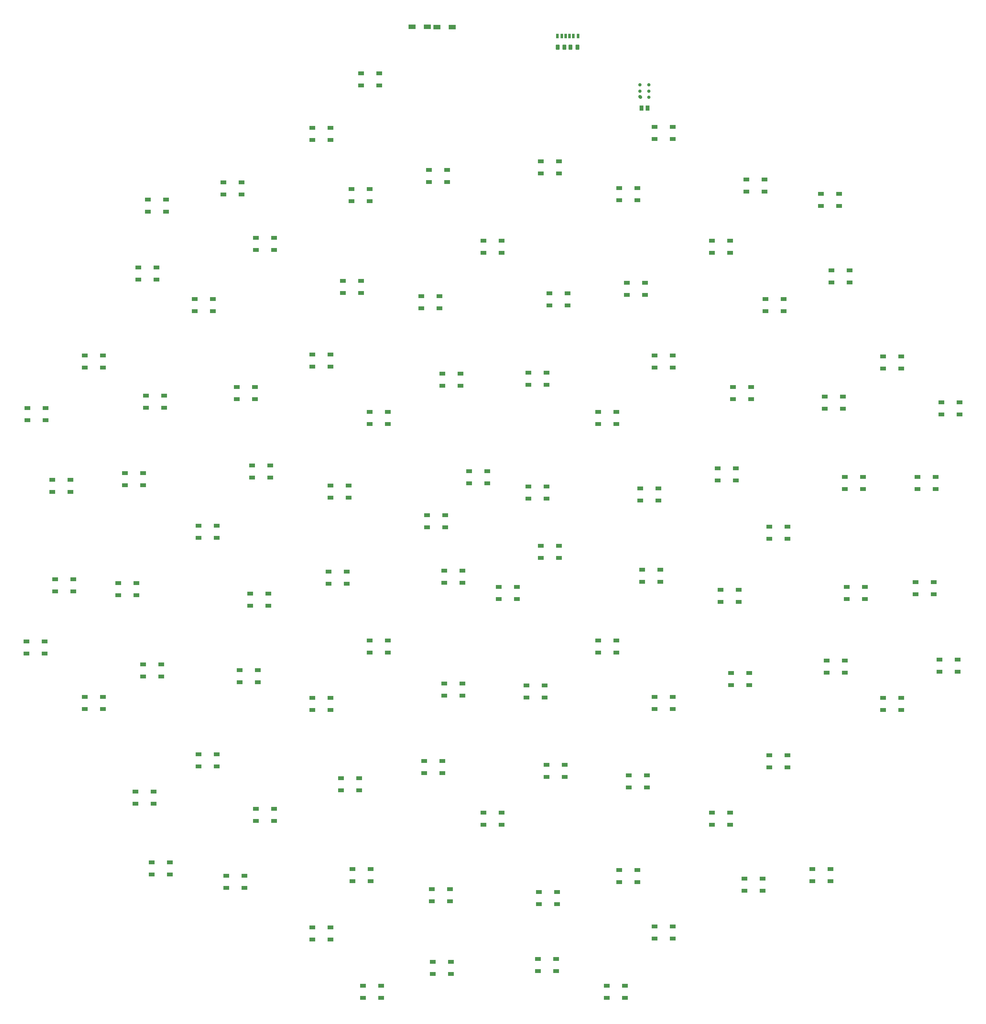
<source format=gtp>
%TF.GenerationSoftware,KiCad,Pcbnew,(6.0.6)*%
%TF.CreationDate,2022-07-04T16:04:11-05:00*%
%TF.ProjectId,CircleBoard,43697263-6c65-4426-9f61-72642e6b6963,rev?*%
%TF.SameCoordinates,Original*%
%TF.FileFunction,Paste,Top*%
%TF.FilePolarity,Positive*%
%FSLAX46Y46*%
G04 Gerber Fmt 4.6, Leading zero omitted, Abs format (unit mm)*
G04 Created by KiCad (PCBNEW (6.0.6)) date 2022-07-04 16:04:11*
%MOMM*%
%LPD*%
G01*
G04 APERTURE LIST*
G04 Aperture macros list*
%AMRoundRect*
0 Rectangle with rounded corners*
0 $1 Rounding radius*
0 $2 $3 $4 $5 $6 $7 $8 $9 X,Y pos of 4 corners*
0 Add a 4 corners polygon primitive as box body*
4,1,4,$2,$3,$4,$5,$6,$7,$8,$9,$2,$3,0*
0 Add four circle primitives for the rounded corners*
1,1,$1+$1,$2,$3*
1,1,$1+$1,$4,$5*
1,1,$1+$1,$6,$7*
1,1,$1+$1,$8,$9*
0 Add four rect primitives between the rounded corners*
20,1,$1+$1,$2,$3,$4,$5,0*
20,1,$1+$1,$4,$5,$6,$7,0*
20,1,$1+$1,$6,$7,$8,$9,0*
20,1,$1+$1,$8,$9,$2,$3,0*%
%AMHorizOval*
0 Thick line with rounded ends*
0 $1 width*
0 $2 $3 position (X,Y) of the first rounded end (center of the circle)*
0 $4 $5 position (X,Y) of the second rounded end (center of the circle)*
0 Add line between two ends*
20,1,$1,$2,$3,$4,$5,0*
0 Add two circle primitives to create the rounded ends*
1,1,$1,$2,$3*
1,1,$1,$4,$5*%
G04 Aperture macros list end*
%ADD10R,1.500000X1.000000*%
%ADD11R,1.840000X1.200000*%
%ADD12RoundRect,0.250000X0.262500X0.450000X-0.262500X0.450000X-0.262500X-0.450000X0.262500X-0.450000X0*%
%ADD13R,0.700000X1.200000*%
%ADD14R,0.760000X1.200000*%
%ADD15R,0.800000X1.200000*%
%ADD16RoundRect,0.250000X-0.262500X-0.450000X0.262500X-0.450000X0.262500X0.450000X-0.262500X0.450000X0*%
%ADD17C,0.910000*%
%ADD18HorizOval,0.910000X-0.070711X0.070711X0.070711X-0.070711X0*%
%ADD19R,1.020000X1.470000*%
G04 APERTURE END LIST*
D10*
X91784000Y-247320000D03*
X91784000Y-250520000D03*
X96684000Y-250520000D03*
X96684000Y-247320000D03*
X156554000Y-247320000D03*
X156554000Y-250520000D03*
X161454000Y-250520000D03*
X161454000Y-247320000D03*
X138266000Y-240208000D03*
X138266000Y-243408000D03*
X143166000Y-243408000D03*
X143166000Y-240208000D03*
X110326000Y-240970000D03*
X110326000Y-244170000D03*
X115226000Y-244170000D03*
X115226000Y-240970000D03*
X78322000Y-231826000D03*
X78322000Y-235026000D03*
X83222000Y-235026000D03*
X83222000Y-231826000D03*
X110072000Y-221666000D03*
X110072000Y-224866000D03*
X114972000Y-224866000D03*
X114972000Y-221666000D03*
X138520000Y-222428000D03*
X138520000Y-225628000D03*
X143420000Y-225628000D03*
X143420000Y-222428000D03*
X169254000Y-231572000D03*
X169254000Y-234772000D03*
X174154000Y-234772000D03*
X174154000Y-231572000D03*
X211164000Y-216332000D03*
X211164000Y-219532000D03*
X216064000Y-219532000D03*
X216064000Y-216332000D03*
X193130000Y-218872000D03*
X193130000Y-222072000D03*
X198030000Y-222072000D03*
X198030000Y-218872000D03*
X159856000Y-216586000D03*
X159856000Y-219786000D03*
X164756000Y-219786000D03*
X164756000Y-216586000D03*
X88990000Y-216332000D03*
X88990000Y-219532000D03*
X93890000Y-219532000D03*
X93890000Y-216332000D03*
X55462000Y-218110000D03*
X55462000Y-221310000D03*
X60362000Y-221310000D03*
X60362000Y-218110000D03*
X35650000Y-214554000D03*
X35650000Y-217754000D03*
X40550000Y-217754000D03*
X40550000Y-214554000D03*
X31332000Y-195758000D03*
X31332000Y-198958000D03*
X36232000Y-198958000D03*
X36232000Y-195758000D03*
X63336000Y-200330000D03*
X63336000Y-203530000D03*
X68236000Y-203530000D03*
X68236000Y-200330000D03*
X123788000Y-201346000D03*
X123788000Y-204546000D03*
X128688000Y-204546000D03*
X128688000Y-201346000D03*
X184494000Y-201346000D03*
X184494000Y-204546000D03*
X189394000Y-204546000D03*
X189394000Y-201346000D03*
X199734000Y-186106000D03*
X199734000Y-189306000D03*
X204634000Y-189306000D03*
X204634000Y-186106000D03*
X162396000Y-191440000D03*
X162396000Y-194640000D03*
X167296000Y-194640000D03*
X167296000Y-191440000D03*
X140552000Y-188646000D03*
X140552000Y-191846000D03*
X145452000Y-191846000D03*
X145452000Y-188646000D03*
X108040000Y-187630000D03*
X108040000Y-190830000D03*
X112940000Y-190830000D03*
X112940000Y-187630000D03*
X85942000Y-192202000D03*
X85942000Y-195402000D03*
X90842000Y-195402000D03*
X90842000Y-192202000D03*
X48096000Y-185852000D03*
X48096000Y-189052000D03*
X52996000Y-189052000D03*
X52996000Y-185852000D03*
X17870000Y-170612000D03*
X17870000Y-173812000D03*
X22770000Y-173812000D03*
X22770000Y-170612000D03*
X78322000Y-170866000D03*
X78322000Y-174066000D03*
X83222000Y-174066000D03*
X83222000Y-170866000D03*
X169254000Y-170612000D03*
X169254000Y-173812000D03*
X174154000Y-173812000D03*
X174154000Y-170612000D03*
X229960000Y-170866000D03*
X229960000Y-174066000D03*
X234860000Y-174066000D03*
X234860000Y-170866000D03*
X244946000Y-160706000D03*
X244946000Y-163906000D03*
X249846000Y-163906000D03*
X249846000Y-160706000D03*
X214974000Y-160960000D03*
X214974000Y-164160000D03*
X219874000Y-164160000D03*
X219874000Y-160960000D03*
X189574000Y-164262000D03*
X189574000Y-167462000D03*
X194474000Y-167462000D03*
X194474000Y-164262000D03*
X135218000Y-167564000D03*
X135218000Y-170764000D03*
X140118000Y-170764000D03*
X140118000Y-167564000D03*
X113374000Y-167056000D03*
X113374000Y-170256000D03*
X118274000Y-170256000D03*
X118274000Y-167056000D03*
X59018000Y-163500000D03*
X59018000Y-166700000D03*
X63918000Y-166700000D03*
X63918000Y-163500000D03*
X33364000Y-161976000D03*
X33364000Y-165176000D03*
X38264000Y-165176000D03*
X38264000Y-161976000D03*
X2376000Y-155880000D03*
X2376000Y-159080000D03*
X7276000Y-159080000D03*
X7276000Y-155880000D03*
X93562000Y-155626000D03*
X93562000Y-158826000D03*
X98462000Y-158826000D03*
X98462000Y-155626000D03*
X154268000Y-155626000D03*
X154268000Y-158826000D03*
X159168000Y-158826000D03*
X159168000Y-155626000D03*
X238596000Y-140132000D03*
X238596000Y-143332000D03*
X243496000Y-143332000D03*
X243496000Y-140132000D03*
X220308000Y-141402000D03*
X220308000Y-144602000D03*
X225208000Y-144602000D03*
X225208000Y-141402000D03*
X186780000Y-142164000D03*
X186780000Y-145364000D03*
X191680000Y-145364000D03*
X191680000Y-142164000D03*
X165952000Y-136830000D03*
X165952000Y-140030000D03*
X170852000Y-140030000D03*
X170852000Y-136830000D03*
X127852000Y-141402000D03*
X127852000Y-144602000D03*
X132752000Y-144602000D03*
X132752000Y-141402000D03*
X113374000Y-137084000D03*
X113374000Y-140284000D03*
X118274000Y-140284000D03*
X118274000Y-137084000D03*
X82640000Y-137338000D03*
X82640000Y-140538000D03*
X87540000Y-140538000D03*
X87540000Y-137338000D03*
X61812000Y-143180000D03*
X61812000Y-146380000D03*
X66712000Y-146380000D03*
X66712000Y-143180000D03*
X26760000Y-140386000D03*
X26760000Y-143586000D03*
X31660000Y-143586000D03*
X31660000Y-140386000D03*
X9996000Y-139370000D03*
X9996000Y-142570000D03*
X14896000Y-142570000D03*
X14896000Y-139370000D03*
X48096000Y-125146000D03*
X48096000Y-128346000D03*
X52996000Y-128346000D03*
X52996000Y-125146000D03*
X108802000Y-122352000D03*
X108802000Y-125552000D03*
X113702000Y-125552000D03*
X113702000Y-122352000D03*
X139028000Y-130480000D03*
X139028000Y-133680000D03*
X143928000Y-133680000D03*
X143928000Y-130480000D03*
X199734000Y-125400000D03*
X199734000Y-128600000D03*
X204634000Y-128600000D03*
X204634000Y-125400000D03*
X239104000Y-112192000D03*
X239104000Y-115392000D03*
X244004000Y-115392000D03*
X244004000Y-112192000D03*
X219800000Y-112192000D03*
X219800000Y-115392000D03*
X224700000Y-115392000D03*
X224700000Y-112192000D03*
X186018000Y-109906000D03*
X186018000Y-113106000D03*
X190918000Y-113106000D03*
X190918000Y-109906000D03*
X165444000Y-115240000D03*
X165444000Y-118440000D03*
X170344000Y-118440000D03*
X170344000Y-115240000D03*
X135726000Y-114732000D03*
X135726000Y-117932000D03*
X140626000Y-117932000D03*
X140626000Y-114732000D03*
X119978000Y-110668000D03*
X119978000Y-113868000D03*
X124878000Y-113868000D03*
X124878000Y-110668000D03*
X83148000Y-114478000D03*
X83148000Y-117678000D03*
X88048000Y-117678000D03*
X88048000Y-114478000D03*
X62320000Y-109144000D03*
X62320000Y-112344000D03*
X67220000Y-112344000D03*
X67220000Y-109144000D03*
X28538000Y-111176000D03*
X28538000Y-114376000D03*
X33438000Y-114376000D03*
X33438000Y-111176000D03*
X9234000Y-112954000D03*
X9234000Y-116154000D03*
X14134000Y-116154000D03*
X14134000Y-112954000D03*
X2630000Y-93904000D03*
X2630000Y-97104000D03*
X7530000Y-97104000D03*
X7530000Y-93904000D03*
X93562000Y-94920000D03*
X93562000Y-98120000D03*
X98462000Y-98120000D03*
X98462000Y-94920000D03*
X154268000Y-94920000D03*
X154268000Y-98120000D03*
X159168000Y-98120000D03*
X159168000Y-94920000D03*
X245454000Y-92380000D03*
X245454000Y-95580000D03*
X250354000Y-95580000D03*
X250354000Y-92380000D03*
X214466000Y-90856000D03*
X214466000Y-94056000D03*
X219366000Y-94056000D03*
X219366000Y-90856000D03*
X190082000Y-88316000D03*
X190082000Y-91516000D03*
X194982000Y-91516000D03*
X194982000Y-88316000D03*
X135726000Y-84506000D03*
X135726000Y-87706000D03*
X140626000Y-87706000D03*
X140626000Y-84506000D03*
X112866000Y-84760000D03*
X112866000Y-87960000D03*
X117766000Y-87960000D03*
X117766000Y-84760000D03*
X58256000Y-88316000D03*
X58256000Y-91516000D03*
X63156000Y-91516000D03*
X63156000Y-88316000D03*
X34126000Y-90602000D03*
X34126000Y-93802000D03*
X39026000Y-93802000D03*
X39026000Y-90602000D03*
X17870000Y-79934000D03*
X17870000Y-83134000D03*
X22770000Y-83134000D03*
X22770000Y-79934000D03*
X78322000Y-79680000D03*
X78322000Y-82880000D03*
X83222000Y-82880000D03*
X83222000Y-79680000D03*
X169254000Y-79934000D03*
X169254000Y-83134000D03*
X174154000Y-83134000D03*
X174154000Y-79934000D03*
X229960000Y-80188000D03*
X229960000Y-83388000D03*
X234860000Y-83388000D03*
X234860000Y-80188000D03*
X216244000Y-57328000D03*
X216244000Y-60528000D03*
X221144000Y-60528000D03*
X221144000Y-57328000D03*
X198718000Y-64948000D03*
X198718000Y-68148000D03*
X203618000Y-68148000D03*
X203618000Y-64948000D03*
X161888000Y-60630000D03*
X161888000Y-63830000D03*
X166788000Y-63830000D03*
X166788000Y-60630000D03*
X141314000Y-63424000D03*
X141314000Y-66624000D03*
X146214000Y-66624000D03*
X146214000Y-63424000D03*
X107278000Y-64186000D03*
X107278000Y-67386000D03*
X112178000Y-67386000D03*
X112178000Y-64186000D03*
X86450000Y-60122000D03*
X86450000Y-63322000D03*
X91350000Y-63322000D03*
X91350000Y-60122000D03*
X47080000Y-64948000D03*
X47080000Y-68148000D03*
X51980000Y-68148000D03*
X51980000Y-64948000D03*
X32094000Y-56566000D03*
X32094000Y-59766000D03*
X36994000Y-59766000D03*
X36994000Y-56566000D03*
X63336000Y-48692000D03*
X63336000Y-51892000D03*
X68236000Y-51892000D03*
X68236000Y-48692000D03*
X123788000Y-49454000D03*
X123788000Y-52654000D03*
X128688000Y-52654000D03*
X128688000Y-49454000D03*
X184494000Y-49454000D03*
X184494000Y-52654000D03*
X189394000Y-52654000D03*
X189394000Y-49454000D03*
X213450000Y-37008000D03*
X213450000Y-40208000D03*
X218350000Y-40208000D03*
X218350000Y-37008000D03*
X193638000Y-33198000D03*
X193638000Y-36398000D03*
X198538000Y-36398000D03*
X198538000Y-33198000D03*
X159856000Y-35484000D03*
X159856000Y-38684000D03*
X164756000Y-38684000D03*
X164756000Y-35484000D03*
X109310000Y-30658000D03*
X109310000Y-33858000D03*
X114210000Y-33858000D03*
X114210000Y-30658000D03*
X88736000Y-35738000D03*
X88736000Y-38938000D03*
X93636000Y-38938000D03*
X93636000Y-35738000D03*
X54700000Y-33960000D03*
X54700000Y-37160000D03*
X59600000Y-37160000D03*
X59600000Y-33960000D03*
X34634000Y-38532000D03*
X34634000Y-41732000D03*
X39534000Y-41732000D03*
X39534000Y-38532000D03*
X78322000Y-19482000D03*
X78322000Y-22682000D03*
X83222000Y-22682000D03*
X83222000Y-19482000D03*
X139028000Y-28372000D03*
X139028000Y-31572000D03*
X143928000Y-31572000D03*
X143928000Y-28372000D03*
X169254000Y-19228000D03*
X169254000Y-22428000D03*
X174154000Y-22428000D03*
X174154000Y-19228000D03*
X91276000Y-5004000D03*
X91276000Y-8204000D03*
X96176000Y-8204000D03*
X96176000Y-5004000D03*
D11*
X104885000Y7360000D03*
X108935000Y7360000D03*
D12*
X148802500Y1910000D03*
X146977500Y1910000D03*
D13*
X146690000Y4850000D03*
D14*
X144670000Y4850000D03*
D15*
X143440000Y4850000D03*
D13*
X145690000Y4850000D03*
D14*
X147710000Y4850000D03*
D15*
X148940000Y4850000D03*
D16*
X143517500Y1900000D03*
X145342500Y1900000D03*
D17*
X167740000Y-11390000D03*
X167740000Y-9740000D03*
X167740000Y-8090000D03*
X165400000Y-8090000D03*
X165400000Y-9740000D03*
D18*
X165500000Y-11290000D03*
D19*
X165790000Y-14280000D03*
X167390000Y-14280000D03*
D11*
X111495000Y7290000D03*
X115545000Y7290000D03*
M02*

</source>
